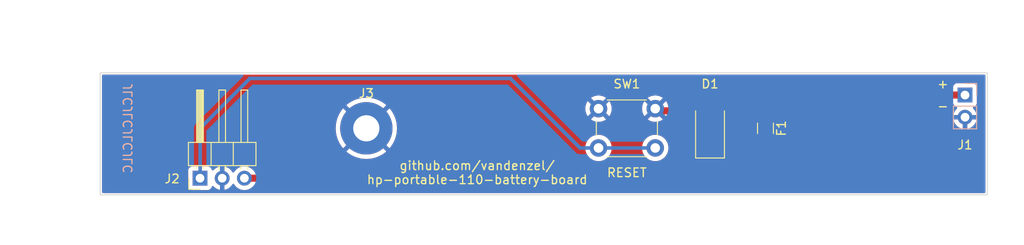
<source format=kicad_pcb>
(kicad_pcb (version 20241229) (generator "pcbnew") (generator_version "9.0")
  (layers (0 "F.Cu" signal) (2 "B.Cu" signal) (13 "F.Paste" user) (15 "B.Paste" user) (5 "F.SilkS" user "F.Silkscreen") (7 "B.SilkS" user "B.Silkscreen") (1 "F.Mask" user) (3 "B.Mask" user) (25 "Edge.Cuts" user))
  (net 0 "")
  (net 1 "/VCC")
  (net 2 "/GND")
  (net 3 "/VBB")
  (net 4 "/~{RESET}")
  (footprint "project:M3x6 Mounting stud pressfit" (layer "F.Cu") (at 119.38 101.6)
    (property "Reference" "J3" (at 0 -4 0) (layer "F.SilkS"))
    (property "Value" "Screw_Terminal_01x01")
    (pad "1" thru_hole circle (at 0 0) (size 6 6) (drill 3) (layers "*.Cu" "*.Mask") (net 2 "/GND"))
  )
  (footprint "Connector_PinHeader_2.54mm:PinHeader_1x03_P2.54mm_Horizontal" (layer "F.Cu") (at 100.33 107.315 90)
    (property "Reference" "J2" (at -0.07 -3.19 180) (layer "F.SilkS"))
    (property "Value" "Conn_01x03")
    (fp_line (start 4.1 -1.33) (end 1.44 -1.33) (stroke (width 0.12)) (layer "F.SilkS"))
    (fp_line (start 1.44 -1.33) (end 1.44 6.41) (stroke (width 0.12)) (layer "F.SilkS"))
    (fp_line (start -1.27 -1.27) (end 0 -1.27) (stroke (width 0.12)) (layer "F.SilkS"))
    (fp_line (start 10.1 -0.38) (end 10.1 0.38) (stroke (width 0.12)) (layer "F.SilkS"))
    (fp_line (start 4.1 -0.38) (end 10.1 -0.38) (stroke (width 0.12)) (layer "F.SilkS"))
    (fp_line (start 1.11 -0.38) (end 1.44 -0.38) (stroke (width 0.12)) (layer "F.SilkS"))
    (fp_line (start 4.1 -0.32) (end 10.1 -0.32) (stroke (width 0.12)) (layer "F.SilkS"))
    (fp_line (start 4.1 -0.2) (end 10.1 -0.2) (stroke (width 0.12)) (layer "F.SilkS"))
    (fp_line (start 4.1 -0.08) (end 10.1 -0.08) (stroke (width 0.12)) (layer "F.SilkS"))
    (fp_line (start -1.27 0) (end -1.27 -1.27) (stroke (width 0.12)) (layer "F.SilkS"))
    (fp_line (start 4.1 0.04) (end 10.1 0.04) (stroke (width 0.12)) (layer "F.SilkS"))
    (fp_line (start 4.1 0.16) (end 10.1 0.16) (stroke (width 0.12)) (layer "F.SilkS"))
    (fp_line (start 4.1 0.28) (end 10.1 0.28) (stroke (width 0.12)) (layer "F.SilkS"))
    (fp_line (start 10.1 0.38) (end 4.1 0.38) (stroke (width 0.12)) (layer "F.SilkS"))
    (fp_line (start 1.11 0.38) (end 1.44 0.38) (stroke (width 0.12)) (layer "F.SilkS"))
    (fp_line (start 1.44 1.27) (end 4.1 1.27) (stroke (width 0.12)) (layer "F.SilkS"))
    (fp_line (start 10.1 2.16) (end 10.1 2.92) (stroke (width 0.12)) (layer "F.SilkS"))
    (fp_line (start 4.1 2.16) (end 10.1 2.16) (stroke (width 0.12)) (layer "F.SilkS"))
    (fp_line (start 1.042929 2.16) (end 1.44 2.16) (stroke (width 0.12)) (layer "F.SilkS"))
    (fp_line (start 10.1 2.92) (end 4.1 2.92) (stroke (width 0.12)) (layer "F.SilkS"))
    (fp_line (start 1.042929 2.92) (end 1.44 2.92) (stroke (width 0.12)) (layer "F.SilkS"))
    (fp_line (start 1.44 3.81) (end 4.1 3.81) (stroke (width 0.12)) (layer "F.SilkS"))
    (fp_line (start 10.1 4.7) (end 10.1 5.46) (stroke (width 0.12)) (layer "F.SilkS"))
    (fp_line (start 4.1 4.7) (end 10.1 4.7) (stroke (width 0.12)) (layer "F.SilkS"))
    (fp_line (start 1.042929 4.7) (end 1.44 4.7) (stroke (width 0.12)) (layer "F.SilkS"))
    (fp_line (start 10.1 5.46) (end 4.1 5.46) (stroke (width 0.12)) (layer "F.SilkS"))
    (fp_line (start 1.042929 5.46) (end 1.44 5.46) (stroke (width 0.12)) (layer "F.SilkS"))
    (fp_line (start 4.1 6.41) (end 4.1 -1.33) (stroke (width 0.12)) (layer "F.SilkS"))
    (fp_line (start 1.44 6.41) (end 4.1 6.41) (stroke (width 0.12)) (layer "F.SilkS"))
    (pad "1" thru_hole rect (at 0 0 90) (size 1.7 1.7) (drill 1) (layers "*.Cu" "*.Mask") (net 4 "/~{RESET}"))
    (pad "2" thru_hole oval (at 0 2.54 90) (size 1.7 1.7) (drill 1) (layers "*.Cu" "*.Mask") (net 2 "/GND"))
    (pad "3" thru_hole oval (at 0 5.08 90) (size 1.7 1.7) (drill 1) (layers "*.Cu" "*.Mask") (net 1 "/VCC"))
  )
  (footprint "Diode_SMD:D_SMA" (layer "F.Cu") (at 158.75 101.6 90)
    (property "Reference" "D1" (at 5.08 0 180) (layer "F.SilkS"))
    (property "Value" "1N4001")
    (fp_line (start -3.4 -1.65) (end 2 -1.65) (stroke (width 0.12)) (layer "F.SilkS"))
    (fp_line (start -3.4 -1.65) (end -3.4 1.65) (stroke (width 0.12)) (layer "F.SilkS"))
    (fp_line (start -3.4 1.65) (end 2 1.65) (stroke (width 0.12)) (layer "F.SilkS"))
    (pad "1" smd rect (at -2 0 90) (size 2.5 1.8) (layers "F.Cu" "F.Mask" "F.Paste") (net 1 "/VCC"))
    (pad "2" smd rect (at 2 0 90) (size 2.5 1.8) (layers "F.Cu" "F.Mask" "F.Paste") (net 2 "/GND"))
  )
  (footprint "Button_Switch_THT:SW_PUSH_6mm" (layer "F.Cu") (at 145.975 99.35)
    (property "Reference" "SW1" (at 3.25 -2.83 0) (layer "F.SilkS"))
    (property "Value" "RESET" (at 3.25 7.33 0) (layer "F.SilkS"))
    (fp_line (start -0.25 1.5) (end -0.25 3) (stroke (width 0.12)) (layer "F.SilkS"))
    (fp_line (start 1 5.5) (end 5.5 5.5) (stroke (width 0.12)) (layer "F.SilkS"))
    (fp_line (start 5.5 -1) (end 1 -1) (stroke (width 0.12)) (layer "F.SilkS"))
    (fp_line (start 6.75 3) (end 6.75 1.5) (stroke (width 0.12)) (layer "F.SilkS"))
    (pad "1" thru_hole circle (at 0 0 90) (size 2 2) (drill 1.1) (layers "*.Cu" "*.Mask") (net 2 "/GND"))
    (pad "1" thru_hole circle (at 6.5 0 90) (size 2 2) (drill 1.1) (layers "*.Cu" "*.Mask") (net 2 "/GND"))
    (pad "2" thru_hole circle (at 0 4.5 90) (size 2 2) (drill 1.1) (layers "*.Cu" "*.Mask") (net 4 "/~{RESET}"))
    (pad "2" thru_hole circle (at 6.5 4.5 90) (size 2 2) (drill 1.1) (layers "*.Cu" "*.Mask") (net 4 "/~{RESET}"))
  )
  (footprint "Fuse:Fuse_1206_3216Metric_Pad1.42x1.75mm_HandSolder" (layer "F.Cu") (at 165.1 101.6 -90)
    (property "Reference" "F1" (at 0 -1.82 270) (layer "F.SilkS"))
    (property "Value" "0.5A")
    (fp_line (start -0.602064 0.91) (end 0.602064 0.91) (stroke (width 0.12)) (layer "F.SilkS"))
    (fp_line (start -0.602064 -0.91) (end 0.602064 -0.91) (stroke (width 0.12)) (layer "F.SilkS"))
    (pad "1" smd roundrect (at -1.4875 0 270) (size 1.425 1.75) (layers "F.Cu" "F.Mask" "F.Paste") (roundrect_rratio 0.175439) (net 3 "/VBB"))
    (pad "2" smd roundrect (at 1.4875 0 270) (size 1.425 1.75) (layers "F.Cu" "F.Mask" "F.Paste") (roundrect_rratio 0.175439) (net 1 "/VCC"))
  )
  (footprint "Connector_PinHeader_2.54mm:PinHeader_1x02_P2.54mm_Vertical" (layer "B.Cu") (at 187.96 97.79 180)
    (property "Reference" "J1" (at 0 -5.715 0) (layer "F.SilkS"))
    (property "Value" "Conn_01x02_Male")
    (fp_line (start 1.33 -1.27) (end 1.33 -3.87) (stroke (width 0.12)) (layer "B.SilkS"))
    (fp_line (start -1.33 1.33) (end 0 1.33) (stroke (width 0.12)) (layer "B.SilkS"))
    (fp_line (start -1.33 0) (end -1.33 1.33) (stroke (width 0.12)) (layer "B.SilkS"))
    (fp_line (start -1.33 -1.27) (end 1.33 -1.27) (stroke (width 0.12)) (layer "B.SilkS"))
    (fp_line (start -1.33 -1.27) (end -1.33 -3.87) (stroke (width 0.12)) (layer "B.SilkS"))
    (fp_line (start -1.33 -3.87) (end 1.33 -3.87) (stroke (width 0.12)) (layer "B.SilkS"))
    (pad "1" thru_hole rect (at 0 0 180) (size 1.7 1.7) (drill 1) (layers "*.Cu" "*.Mask") (net 3 "/VBB"))
    (pad "2" thru_hole oval (at 0 -2.54 180) (size 1.7 1.7) (drill 1) (layers "*.Cu" "*.Mask") (net 2 "/GND"))
  )
  (gr_rect (start 88.9 95.25) (end 190.5 109.22) (stroke (width 0.1)) (fill no) (layer "Edge.Cuts"))
  (gr_text "github.com/vandenzel/\nhp-portable-110-battery-board" (at 132.08 106.68 0) (layer "F.SilkS") (effects (font (size 1 1))))
  (gr_text "-" (at 185.42 99.06 0) (layer "F.SilkS") (effects (font (size 1 1))))
  (gr_text "+\n" (at 185.42 96.52 0) (layer "F.SilkS") (effects (font (size 1 1))))
  (gr_text "JLCJLCJLCJLC" (at 92.075 101.6 90) (layer "B.SilkS") (effects (font (size 1 1)) (justify mirror)))
  (segment (start 159.2625 103.0875) (end 158.75 103.6) (width 0.8128) (layer "F.Cu") (net 1))
  (segment (start 156.845 107.315) (end 158.75 105.41) (width 0.8128) (layer "F.Cu") (net 1))
  (segment (start 156.845 107.315) (end 105.41 107.315) (width 0.8128) (layer "F.Cu") (net 1))
  (segment (start 165.1 103.0875) (end 159.2625 103.0875) (width 0.8128) (layer "F.Cu") (net 1))
  (segment (start 158.75 103.6) (end 158.75 105.41) (width 0.8128) (layer "F.Cu") (net 1))
  (segment (start 158.75 99.6) (end 152.725 99.6) (width 0.8128) (layer "F.Cu") (net 2))
  (segment (start 152.725 99.6) (end 152.475 99.35) (width 0.8128) (layer "F.Cu") (net 2))
  (segment (start 187.96 97.79) (end 169.545 97.79) (width 0.8128) (layer "F.Cu") (net 3))
  (segment (start 169.545 97.79) (end 167.2225 100.1125) (width 0.8128) (layer "F.Cu") (net 3))
  (segment (start 167.2225 100.1125) (end 165.1 100.1125) (width 0.8128) (layer "F.Cu") (net 3))
  (segment (start 143.855 103.85) (end 135.89 95.885) (width 0.4064) (layer "B.Cu") (net 4))
  (segment (start 135.89 95.885) (end 106.045 95.885) (width 0.4064) (layer "B.Cu") (net 4))
  (segment (start 106.045 95.885) (end 100.345 101.585) (width 0.4064) (layer "B.Cu") (net 4))
  (segment (start 100.345 101.585) (end 100.345 107.3) (width 0.4064) (layer "B.Cu") (net 4))
  (segment (start 152.475 103.85) (end 145.975 103.85) (width 0.4064) (layer "B.Cu") (net 4))
  (segment (start 145.975 103.85) (end 143.855 103.85) (width 0.4064) (layer "B.Cu") (net 4))
  (segment (start 100.345 107.3) (end 100.33 107.315) (width 0.4064) (layer "B.Cu") (net 4))
  (zone (net 2) (net_name "/GND") (layers "F.Cu" "B.Cu") (connect_pads (clearance 0.508)) (min_thickness 0.254) (fill yes (thermal_gap 0.508) (thermal_bridge_width 0.508))
    (polygon (pts (xy 190.5 109.22) (xy 88.9 109.22) (xy 88.9 95.25) (xy 190.5 95.25)))
  )
)
</source>
